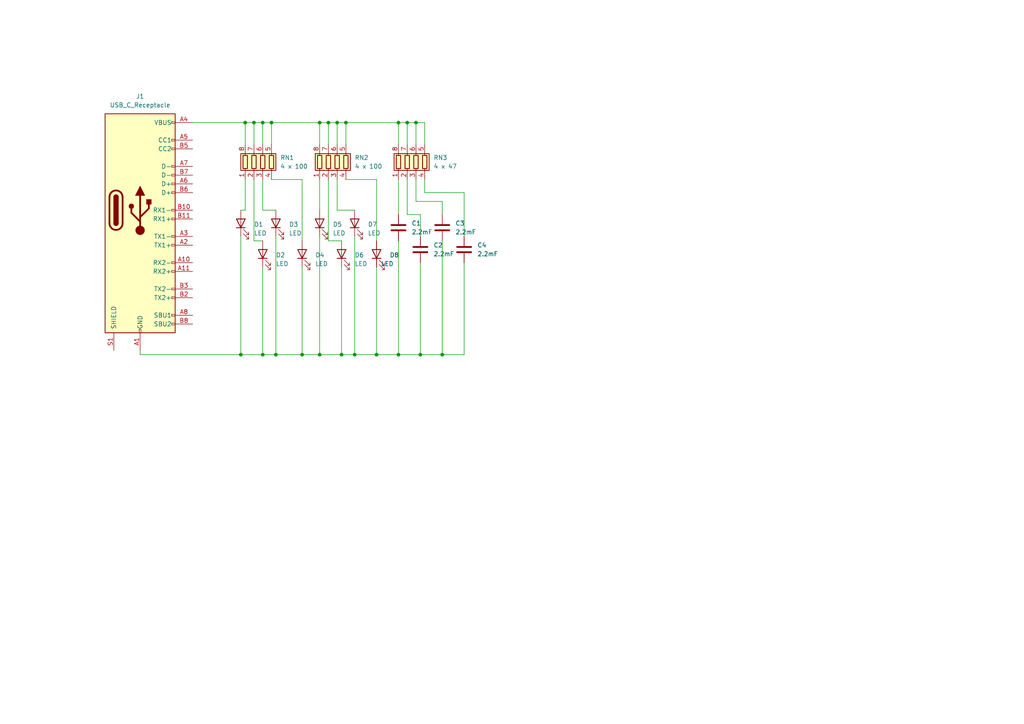
<source format=kicad_sch>
(kicad_sch (version 20211123) (generator eeschema)
  (paper "A4")
  (lib_symbols
    (symbol "Connector:USB_C_Receptacle" (pin_names (offset 1.016))
      (property "Reference" "J" (at -10.16 29.21 0))
      (property "Value" "USB_C_Receptacle" (at 10.16 29.21 0))
      (symbol "USB_C_Receptacle_0_0"
        (rectangle (start -0.254 -35.56) (end 0.254 -34.544))
        (rectangle (start 10.16 -32.766) (end 9.144 -33.274))
        (rectangle (start 10.16 -30.226) (end 9.144 -30.734))
        (rectangle (start 10.16 -25.146) (end 9.144 -25.654))
        (rectangle (start 10.16 -22.606) (end 9.144 -23.114))
        (rectangle (start 10.16 -17.526) (end 9.144 -18.034))
        (rectangle (start 10.16 -14.986) (end 9.144 -15.494))
        (rectangle (start 10.16 -9.906) (end 9.144 -10.414))
        (rectangle (start 10.16 -7.366) (end 9.144 -7.874))
        (rectangle (start 10.16 -2.286) (end 9.144 -2.794))
        (rectangle (start 10.16 0.254) (end 9.144 -0.254))
        (rectangle (start 10.16 5.334) (end 9.144 4.826))
        (rectangle (start 10.16 7.874) (end 9.144 7.366))
        (rectangle (start 10.16 10.414) (end 9.144 9.906))
        (rectangle (start 10.16 12.954) (end 9.144 12.446))
        (rectangle (start 10.16 18.034) (end 9.144 17.526))
        (rectangle (start 10.16 20.574) (end 9.144 20.066))
        (rectangle (start 10.16 25.654) (end 9.144 25.146))
      )
      (symbol "USB_C_Receptacle_0_1"
        (rectangle (start -10.16 27.94) (end 10.16 -35.56) (stroke (width 0.254)) (fill (type background)))
        (arc (start -8.89 -3.81) (mid -6.985 -5.715) (end -5.08 -3.81) (stroke (width 0.508)))
        (arc (start -7.62 -3.81) (mid -6.985 -4.445) (end -6.35 -3.81) (stroke (width 0.254)))
        (arc (start -7.62 -3.81) (mid -6.985 -4.445) (end -6.35 -3.81) (stroke (width 0.254)) (fill (type outline)))
        (rectangle (start -7.62 -3.81) (end -6.35 3.81) (stroke (width 0.254)) (fill (type outline)))
        (arc (start -6.35 3.81) (mid -6.985 4.445) (end -7.62 3.81) (stroke (width 0.254)))
        (arc (start -6.35 3.81) (mid -6.985 4.445) (end -7.62 3.81) (stroke (width 0.254)) (fill (type outline)))
        (arc (start -5.08 3.81) (mid -6.985 5.715) (end -8.89 3.81) (stroke (width 0.508)))
        (polyline (pts (xy -8.89 -3.81) (xy -8.89 3.81)) (stroke (width 0.508)))
        (polyline (pts (xy -5.08 3.81) (xy -5.08 -3.81)) (stroke (width 0.508)))
      )
      (symbol "USB_C_Receptacle_1_1"
        (circle (center -2.54 1.143) (radius 0.635) (stroke (width 0.254)) (fill (type outline)))
        (circle (center 0 -5.842) (radius 1.27) (fill (type outline)))
        (polyline (pts (xy 0 -5.842) (xy 0 4.318)) (stroke (width 0.508)))
        (polyline (pts (xy 0 -3.302) (xy -2.54 -0.762) (xy -2.54 0.508)) (stroke (width 0.508)))
        (polyline (pts (xy 0 -2.032) (xy 2.54 0.508) (xy 2.54 1.778)) (stroke (width 0.508)))
        (polyline (pts (xy -1.27 4.318) (xy 0 6.858) (xy 1.27 4.318) (xy -1.27 4.318)) (stroke (width 0.254)) (fill (type outline)))
        (rectangle (start 1.905 1.778) (end 3.175 3.048) (stroke (width 0.254)) (fill (type outline)))
        (pin passive line (at 0 -40.64 90) (length 5.08) (name "GND") (number "A1"))
        (pin bidirectional line (at 15.24 -15.24 180) (length 5.08) (name "RX2-") (number "A10"))
        (pin bidirectional line (at 15.24 -17.78 180) (length 5.08) (name "RX2+") (number "A11"))
        (pin passive line (at 0 -40.64 90) (length 5.08) hide (name "GND") (number "A12"))
        (pin bidirectional line (at 15.24 -10.16 180) (length 5.08) (name "TX1+") (number "A2"))
        (pin bidirectional line (at 15.24 -7.62 180) (length 5.08) (name "TX1-") (number "A3"))
        (pin passive line (at 15.24 25.4 180) (length 5.08) (name "VBUS") (number "A4"))
        (pin bidirectional line (at 15.24 20.32 180) (length 5.08) (name "CC1") (number "A5"))
        (pin bidirectional line (at 15.24 7.62 180) (length 5.08) (name "D+") (number "A6"))
        (pin bidirectional line (at 15.24 12.7 180) (length 5.08) (name "D-") (number "A7"))
        (pin bidirectional line (at 15.24 -30.48 180) (length 5.08) (name "SBU1") (number "A8"))
        (pin passive line (at 15.24 25.4 180) (length 5.08) hide (name "VBUS") (number "A9"))
        (pin passive line (at 0 -40.64 90) (length 5.08) hide (name "GND") (number "B1"))
        (pin bidirectional line (at 15.24 0 180) (length 5.08) (name "RX1-") (number "B10"))
        (pin bidirectional line (at 15.24 -2.54 180) (length 5.08) (name "RX1+") (number "B11"))
        (pin passive line (at 0 -40.64 90) (length 5.08) hide (name "GND") (number "B12"))
        (pin bidirectional line (at 15.24 -25.4 180) (length 5.08) (name "TX2+") (number "B2"))
        (pin bidirectional line (at 15.24 -22.86 180) (length 5.08) (name "TX2-") (number "B3"))
        (pin passive line (at 15.24 25.4 180) (length 5.08) hide (name "VBUS") (number "B4"))
        (pin bidirectional line (at 15.24 17.78 180) (length 5.08) (name "CC2") (number "B5"))
        (pin bidirectional line (at 15.24 5.08 180) (length 5.08) (name "D+") (number "B6"))
        (pin bidirectional line (at 15.24 10.16 180) (length 5.08) (name "D-") (number "B7"))
        (pin bidirectional line (at 15.24 -33.02 180) (length 5.08) (name "SBU2") (number "B8"))
        (pin passive line (at 15.24 25.4 180) (length 5.08) hide (name "VBUS") (number "B9"))
        (pin passive line (at -7.62 -40.64 90) (length 5.08) (name "SHIELD") (number "S1"))
      )
    )
    (symbol "Device:C" (pin_numbers hide) (pin_names (offset 0.254))
      (property "Reference" "C" (at 0.635 2.54 0))
      (property "Value" "C" (at 0.635 -2.54 0))
      (symbol "C_0_1"
        (polyline (pts (xy -2.032 -0.762) (xy 2.032 -0.762)) (stroke (width 0.508)))
        (polyline (pts (xy -2.032 0.762) (xy 2.032 0.762)) (stroke (width 0.508)))
      )
      (symbol "C_1_1"
        (pin passive line (at 0 3.81 270) (length 2.794) (name "~") (number "1"))
        (pin passive line (at 0 -3.81 90) (length 2.794) (name "~") (number "2"))
      )
    )
    (symbol "Device:LED" (pin_numbers hide) (pin_names (offset 1.016) hide)
      (property "Reference" "D" (at 0 2.54 0))
      (property "Value" "LED" (at 0 -2.54 0))
      (symbol "LED_0_1"
        (polyline (pts (xy -1.27 -1.27) (xy -1.27 1.27)) (stroke (width 0.254)))
        (polyline (pts (xy -1.27 0) (xy 1.27 0)))
        (polyline (pts (xy 1.27 -1.27) (xy 1.27 1.27) (xy -1.27 0) (xy 1.27 -1.27)) (stroke (width 0.254)))
        (polyline (pts (xy -3.048 -0.762) (xy -4.572 -2.286) (xy -3.81 -2.286) (xy -4.572 -2.286) (xy -4.572 -1.524)))
        (polyline (pts (xy -1.778 -0.762) (xy -3.302 -2.286) (xy -2.54 -2.286) (xy -3.302 -2.286) (xy -3.302 -1.524)))
      )
      (symbol "LED_1_1"
        (pin passive line (at -3.81 0 0) (length 2.54) (name "K") (number "1"))
        (pin passive line (at 3.81 0 180) (length 2.54) (name "A") (number "2"))
      )
    )
    (symbol "Device:R_Pack04" (pin_names (offset 0) hide)
      (property "Reference" "RN" (at -7.62 0 90))
      (property "Value" "R_Pack04" (at 5.08 0 90))
      (symbol "R_Pack04_0_1"
        (rectangle (start -6.35 -2.413) (end 3.81 2.413) (stroke (width 0.254)) (fill (type background)))
        (rectangle (start -5.715 1.905) (end -4.445 -1.905) (stroke (width 0.254)))
        (rectangle (start -3.175 1.905) (end -1.905 -1.905) (stroke (width 0.254)))
        (rectangle (start -0.635 1.905) (end 0.635 -1.905) (stroke (width 0.254)))
        (polyline (pts (xy -5.08 -2.54) (xy -5.08 -1.905)))
        (polyline (pts (xy -5.08 1.905) (xy -5.08 2.54)))
        (polyline (pts (xy -2.54 -2.54) (xy -2.54 -1.905)))
        (polyline (pts (xy -2.54 1.905) (xy -2.54 2.54)))
        (polyline (pts (xy 0 -2.54) (xy 0 -1.905)))
        (polyline (pts (xy 0 1.905) (xy 0 2.54)))
        (polyline (pts (xy 2.54 -2.54) (xy 2.54 -1.905)))
        (polyline (pts (xy 2.54 1.905) (xy 2.54 2.54)))
        (rectangle (start 1.905 1.905) (end 3.175 -1.905) (stroke (width 0.254)))
      )
      (symbol "R_Pack04_1_1"
        (pin passive line (at -5.08 -5.08 90) (length 2.54) (name "R1.1") (number "1"))
        (pin passive line (at -2.54 -5.08 90) (length 2.54) (name "R2.1") (number "2"))
        (pin passive line (at 0 -5.08 90) (length 2.54) (name "R3.1") (number "3"))
        (pin passive line (at 2.54 -5.08 90) (length 2.54) (name "R4.1") (number "4"))
        (pin passive line (at 2.54 5.08 270) (length 2.54) (name "R4.2") (number "5"))
        (pin passive line (at 0 5.08 270) (length 2.54) (name "R3.2") (number "6"))
        (pin passive line (at -2.54 5.08 270) (length 2.54) (name "R2.2") (number "7"))
        (pin passive line (at -5.08 5.08 270) (length 2.54) (name "R1.2") (number "8"))
      )
    )
  )
  (junction (at 92.71 35.56))
  (junction (at 118.11 35.56))
  (junction (at 87.63 102.87))
  (junction (at 115.57 35.56))
  (junction (at 76.2 102.87))
  (junction (at 78.74 35.56))
  (junction (at 73.66 35.56))
  (junction (at 69.85 102.87))
  (junction (at 121.92 102.87))
  (junction (at 95.25 35.56))
  (junction (at 97.79 35.56))
  (junction (at 102.87 102.87))
  (junction (at 100.33 35.56))
  (junction (at 92.71 102.87))
  (junction (at 109.22 102.87))
  (junction (at 71.12 35.56))
  (junction (at 99.06 102.87))
  (junction (at 128.27 102.87))
  (junction (at 76.2 35.56))
  (junction (at 80.01 102.87))
  (junction (at 120.65 35.56))
  (junction (at 115.57 102.87))
  (wire (pts (xy 100.33 52.07) (xy 109.22 52.07)))
  (wire (pts (xy 99.06 102.87) (xy 102.87 102.87)))
  (wire (pts (xy 115.57 52.07) (xy 115.57 62.23)))
  (wire (pts (xy 95.25 69.85) (xy 99.06 69.85)))
  (wire (pts (xy 95.25 35.56) (xy 95.25 41.91)))
  (wire (pts (xy 87.63 102.87) (xy 87.63 77.47)))
  (wire (pts (xy 97.79 52.07) (xy 97.79 60.96)))
  (wire (pts (xy 128.27 69.85) (xy 128.27 102.87)))
  (wire (pts (xy 55.88 35.56) (xy 71.12 35.56)))
  (wire (pts (xy 80.01 102.87) (xy 87.63 102.87)))
  (wire (pts (xy 97.79 35.56) (xy 97.79 41.91)))
  (wire (pts (xy 100.33 35.56) (xy 100.33 41.91)))
  (wire (pts (xy 40.64 101.6) (xy 40.64 102.87)))
  (wire (pts (xy 120.65 52.07) (xy 120.65 58.42)))
  (wire (pts (xy 69.85 102.87) (xy 76.2 102.87)))
  (wire (pts (xy 71.12 35.56) (xy 73.66 35.56)))
  (wire (pts (xy 121.92 102.87) (xy 115.57 102.87)))
  (wire (pts (xy 92.71 35.56) (xy 92.71 41.91)))
  (wire (pts (xy 73.66 69.85) (xy 76.2 69.85)))
  (wire (pts (xy 123.19 52.07) (xy 123.19 55.88)))
  (wire (pts (xy 97.79 60.96) (xy 102.87 60.96)))
  (wire (pts (xy 40.64 102.87) (xy 69.85 102.87)))
  (wire (pts (xy 73.66 35.56) (xy 76.2 35.56)))
  (wire (pts (xy 115.57 102.87) (xy 109.22 102.87)))
  (wire (pts (xy 115.57 35.56) (xy 115.57 41.91)))
  (wire (pts (xy 71.12 52.07) (xy 71.12 60.96)))
  (wire (pts (xy 78.74 35.56) (xy 92.71 35.56)))
  (wire (pts (xy 134.62 55.88) (xy 134.62 68.58)))
  (wire (pts (xy 87.63 102.87) (xy 92.71 102.87)))
  (wire (pts (xy 118.11 62.23) (xy 121.92 62.23)))
  (wire (pts (xy 115.57 35.56) (xy 118.11 35.56)))
  (wire (pts (xy 71.12 60.96) (xy 69.85 60.96)))
  (wire (pts (xy 76.2 102.87) (xy 80.01 102.87)))
  (wire (pts (xy 134.62 76.2) (xy 134.62 102.87)))
  (wire (pts (xy 78.74 52.07) (xy 87.63 52.07)))
  (wire (pts (xy 134.62 102.87) (xy 128.27 102.87)))
  (wire (pts (xy 115.57 69.85) (xy 115.57 102.87)))
  (wire (pts (xy 100.33 35.56) (xy 115.57 35.56)))
  (wire (pts (xy 92.71 68.58) (xy 92.71 102.87)))
  (wire (pts (xy 109.22 52.07) (xy 109.22 69.85)))
  (wire (pts (xy 87.63 52.07) (xy 87.63 69.85)))
  (wire (pts (xy 69.85 68.58) (xy 69.85 102.87)))
  (wire (pts (xy 76.2 77.47) (xy 76.2 102.87)))
  (wire (pts (xy 118.11 35.56) (xy 120.65 35.56)))
  (wire (pts (xy 118.11 52.07) (xy 118.11 62.23)))
  (wire (pts (xy 73.66 35.56) (xy 73.66 41.91)))
  (wire (pts (xy 76.2 35.56) (xy 76.2 41.91)))
  (wire (pts (xy 121.92 76.2) (xy 121.92 102.87)))
  (wire (pts (xy 92.71 52.07) (xy 92.71 60.96)))
  (wire (pts (xy 97.79 35.56) (xy 100.33 35.56)))
  (wire (pts (xy 80.01 68.58) (xy 80.01 102.87)))
  (wire (pts (xy 120.65 35.56) (xy 120.65 41.91)))
  (wire (pts (xy 78.74 35.56) (xy 78.74 41.91)))
  (wire (pts (xy 109.22 102.87) (xy 109.22 77.47)))
  (wire (pts (xy 99.06 77.47) (xy 99.06 102.87)))
  (wire (pts (xy 121.92 62.23) (xy 121.92 68.58)))
  (wire (pts (xy 71.12 35.56) (xy 71.12 41.91)))
  (wire (pts (xy 120.65 35.56) (xy 123.19 35.56)))
  (wire (pts (xy 95.25 35.56) (xy 97.79 35.56)))
  (wire (pts (xy 128.27 102.87) (xy 121.92 102.87)))
  (wire (pts (xy 123.19 35.56) (xy 123.19 41.91)))
  (wire (pts (xy 118.11 35.56) (xy 118.11 41.91)))
  (wire (pts (xy 92.71 35.56) (xy 95.25 35.56)))
  (wire (pts (xy 128.27 62.23) (xy 128.27 58.42)))
  (wire (pts (xy 95.25 52.07) (xy 95.25 69.85)))
  (wire (pts (xy 76.2 35.56) (xy 78.74 35.56)))
  (wire (pts (xy 128.27 58.42) (xy 120.65 58.42)))
  (wire (pts (xy 92.71 102.87) (xy 99.06 102.87)))
  (wire (pts (xy 73.66 52.07) (xy 73.66 69.85)))
  (wire (pts (xy 102.87 68.58) (xy 102.87 102.87)))
  (wire (pts (xy 76.2 60.96) (xy 80.01 60.96)))
  (wire (pts (xy 123.19 55.88) (xy 134.62 55.88)))
  (wire (pts (xy 76.2 52.07) (xy 76.2 60.96)))
  (wire (pts (xy 102.87 102.87) (xy 109.22 102.87)))
  (symbol (lib_id "Device:LED") (at 80.01 64.77 90) (unit 1)
    (property "Reference" "D3" (at 83.82 65.0874 90) (effects (justify right)))
    (property "Value" "LED" (at 83.82 67.6274 90) (effects (justify right)))
    (property "Footprint" "LED_SMD:LED_1206_3216Metric_Pad1.42x1.75mm_HandSolder" (effects hide))
  )
  (symbol (lib_id "Device:LED") (at 69.85 64.77 90) (unit 1)
    (property "Reference" "D1" (at 73.66 65.0874 90) (effects (justify right)))
    (property "Value" "LED" (at 73.66 67.6274 90) (effects (justify right)))
    (property "Footprint" "LED_SMD:LED_1206_3216Metric_Pad1.42x1.75mm_HandSolder" (effects hide))
  )
  (symbol (lib_id "Device:R_Pack04") (at 120.65 46.99 0) (unit 1)
    (property "Reference" "RN3" (at 125.73 45.7199 0) (effects (justify left)))
    (property "Value" "4 x 47" (at 125.73 48.2599 0) (effects (justify left)))
    (property "Footprint" "Resistor_SMD:R_Array_Convex_4x1206" (effects hide))
  )
  (symbol (lib_id "Device:R_Pack04") (at 97.79 46.99 0) (unit 1)
    (property "Reference" "RN2" (at 102.87 45.7199 0) (effects (justify left)))
    (property "Value" "4 x 100" (at 102.87 48.2599 0) (effects (justify left)))
    (property "Footprint" "Resistor_SMD:R_Array_Convex_4x1206" (effects hide))
  )
  (symbol (lib_id "Connector:USB_C_Receptacle") (at 40.64 60.96 0) (unit 1)
    (property "Reference" "J1" (at 40.64 27.94 0))
    (property "Value" "USB_C_Receptacle" (at 40.64 30.48 0))
    (property "Footprint" "Connector_USB:USB_C_Receptacle_Amphenol_12401548E4-2A" (effects hide))
    (property "Datasheet" "https://www.usb.org/sites/default/files/documents/usb_type-c.zip" (effects hide))
  )
  (symbol (lib_id "Device:R_Pack04") (at 76.2 46.99 0) (unit 1)
    (property "Reference" "RN1" (at 81.28 45.7199 0) (effects (justify left)))
    (property "Value" "4 x 100" (at 81.28 48.2599 0) (effects (justify left)))
    (property "Footprint" "Resistor_SMD:R_Array_Convex_4x1206" (effects hide))
  )
  (symbol (lib_id "Device:LED") (at 109.22 73.66 90) (unit 1)
    (property "Reference" "D8" (at 113.03 73.9774 90) (effects (justify right)))
    (property "Value" "LED" (at 110.49 76.5174 90) (effects (justify right)))
    (property "Footprint" "LED_SMD:LED_1206_3216Metric_Pad1.42x1.75mm_HandSolder" (effects hide))
  )
  (symbol (lib_id "Device:LED") (at 92.71 64.77 90) (unit 1)
    (property "Reference" "D5" (at 96.52 65.0874 90) (effects (justify right)))
    (property "Value" "LED" (at 96.52 67.6274 90) (effects (justify right)))
    (property "Footprint" "LED_SMD:LED_1206_3216Metric_Pad1.42x1.75mm_HandSolder" (effects hide))
  )
  (symbol (lib_id "Device:LED") (at 76.2 73.66 90) (unit 1)
    (property "Reference" "D2" (at 80.01 73.9774 90) (effects (justify right)))
    (property "Value" "LED" (at 80.01 76.5174 90) (effects (justify right)))
    (property "Footprint" "LED_SMD:LED_1206_3216Metric_Pad1.42x1.75mm_HandSolder" (effects hide))
  )
  (symbol (lib_id "Device:C") (at 128.27 66.04 0) (unit 1)
    (property "Reference" "C3" (at 132.08 64.7699 0) (effects (justify left)))
    (property "Value" "2.2mF" (at 132.08 67.3099 0) (effects (justify left)))
    (property "Footprint" "custom_elec_cp_12.5:CP_Elec_12.5" (effects hide))
  )
  (symbol (lib_id "Device:LED") (at 102.87 64.77 90) (unit 1)
    (property "Reference" "D7" (at 106.68 65.0874 90) (effects (justify right)))
    (property "Value" "LED" (at 106.68 67.6274 90) (effects (justify right)))
    (property "Footprint" "LED_SMD:LED_1206_3216Metric_Pad1.42x1.75mm_HandSolder" (effects hide))
  )
  (symbol (lib_id "Device:LED") (at 99.06 73.66 90) (unit 1)
    (property "Reference" "D6" (at 102.87 73.9774 90) (effects (justify right)))
    (property "Value" "LED" (at 102.87 76.5174 90) (effects (justify right)))
    (property "Footprint" "LED_SMD:LED_1206_3216Metric_Pad1.42x1.75mm_HandSolder" (effects hide))
  )
  (symbol (lib_id "Device:C") (at 115.57 66.04 0) (unit 1)
    (property "Reference" "C1" (at 119.38 64.7699 0) (effects (justify left)))
    (property "Value" "2.2mF" (at 119.38 67.3099 0) (effects (justify left)))
    (property "Footprint" "custom_elec_cp_12.5:CP_Elec_12.5" (effects hide))
  )
  (symbol (lib_id "Device:C") (at 134.62 72.39 0) (unit 1)
    (property "Reference" "C4" (at 138.43 71.1199 0) (effects (justify left)))
    (property "Value" "2.2mF" (at 138.43 73.6599 0) (effects (justify left)))
    (property "Footprint" "custom_elec_cp_12.5:CP_Elec_12.5" (effects hide))
  )
  (symbol (lib_id "Device:C") (at 121.92 72.39 0) (unit 1)
    (property "Reference" "C2" (at 125.73 71.1199 0) (effects (justify left)))
    (property "Value" "2.2mF" (at 125.73 73.6599 0) (effects (justify left)))
    (property "Footprint" "custom_elec_cp_12.5:CP_Elec_12.5" (effects hide))
  )
  (symbol (lib_id "Device:LED") (at 87.63 73.66 90) (unit 1)
    (property "Reference" "D4" (at 91.44 73.9774 90) (effects (justify right)))
    (property "Value" "LED" (at 91.44 76.5174 90) (effects (justify right)))
    (property "Footprint" "LED_SMD:LED_1206_3216Metric_Pad1.42x1.75mm_HandSolder" (effects hide))
  )
)
</source>
